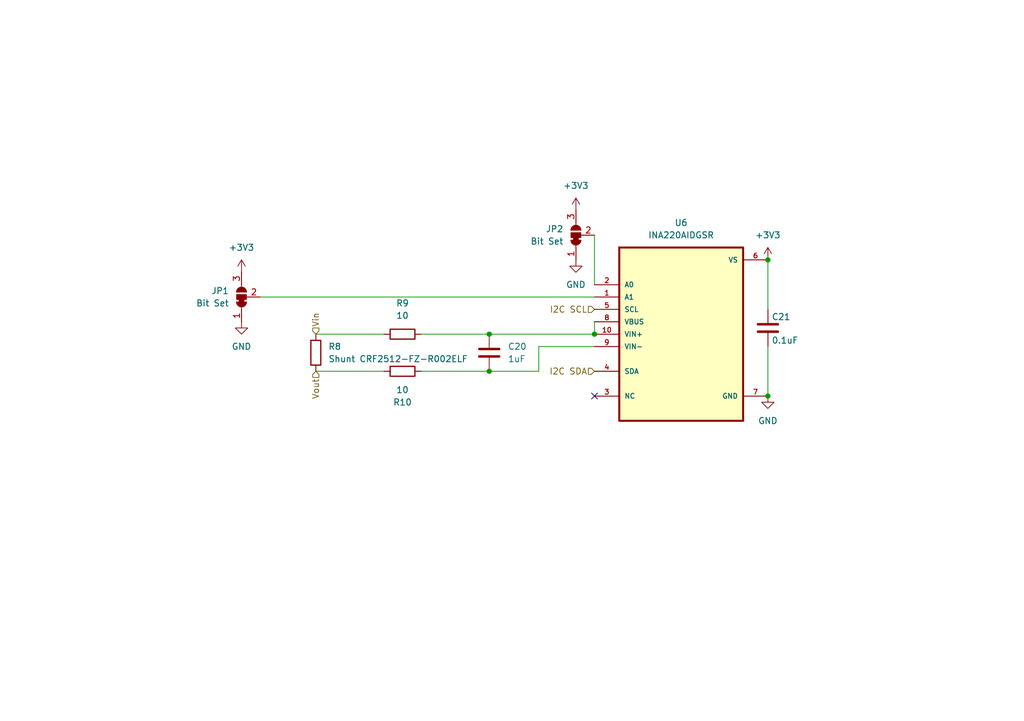
<source format=kicad_sch>
(kicad_sch (version 20231120) (generator "eeschema") (generator_version "8.0")
  (paper "A5")
  (lib_symbols
    (symbol "Current Sense:INA220AIDGSR" (pin_names (offset 1.016))
      (property "Reference" "U6" (at 0 22.86 0))
      (property "Value" "INA220AIDGSR" (at 0 20.32 0))
      (symbol "INA220AIDGSR_0_0"
        (rectangle (start -12.7 -17.78) (end 12.7 17.78) (stroke (width 0.41)) (fill (type background)))
        (pin input line (at -17.78 7.62 0) (length 5.08) (name "A1") (number "1"))
        (pin input line (at -17.78 0 0) (length 5.08) (name "VIN+") (number "10"))
        (pin input line (at -17.78 10.16 0) (length 5.08) (name "A0") (number "2"))
        (pin bidirectional line (at -17.78 -7.62 0) (length 5.08) (name "SDA") (number "4"))
        (pin input line (at -17.78 5.08 0) (length 5.08) (name "SCL") (number "5"))
        (pin power_in line (at 17.78 15.24 180) (length 5.08) (name "VS") (number "6"))
        (pin power_in line (at 17.78 -12.7 180) (length 5.08) (name "GND") (number "7"))
        (pin input line (at -17.78 2.54 0) (length 5.08) (name "VBUS") (number "8"))
        (pin input line (at -17.78 -2.54 0) (length 5.08) (name "VIN-") (number "9"))
      )
      (symbol "INA220AIDGSR_1_1"
        (pin input line (at -17.78 -12.7 0) (length 5.08) (name "NC") (number "3"))
      )
    )
    (symbol "Device:C" (pin_numbers hide) (pin_names (offset 0.254))
      (property "Reference" "C" (at 0.635 2.54 0))
      (property "Value" "C" (at 0.635 -2.54 0))
      (symbol "C_0_1"
        (polyline (pts (xy -2.032 -0.762) (xy 2.032 -0.762)) (stroke (width 0.508)))
        (polyline (pts (xy -2.032 0.762) (xy 2.032 0.762)) (stroke (width 0.508)))
      )
      (symbol "C_1_1"
        (pin passive line (at 0 3.81 270) (length 2.794) (name "~") (number "1"))
        (pin passive line (at 0 -3.81 90) (length 2.794) (name "~") (number "2"))
      )
    )
    (symbol "Device:R" (pin_numbers hide) (pin_names (offset 0))
      (property "Reference" "R" (at 2.032 0 90))
      (property "Value" "R" (at 0 0 90))
      (symbol "R_0_1"
        (rectangle (start -1.016 -2.54) (end 1.016 2.54) (stroke (width 0.254)))
      )
      (symbol "R_1_1"
        (pin passive line (at 0 3.81 270) (length 1.27) (name "~") (number "1"))
        (pin passive line (at 0 -3.81 90) (length 1.27) (name "~") (number "2"))
      )
    )
    (symbol "Jumper:SolderJumper_3_Bridged12" (pin_names (offset 0) hide) (exclude_from_sim yes) (in_bom no)
      (property "Reference" "JP" (at -2.54 -2.54 0))
      (property "Value" "SolderJumper_3_Bridged12" (at 0 2.794 0))
      (symbol "SolderJumper_3_Bridged12_0_1"
        (rectangle (start -1.016 0.508) (end -0.508 -0.508) (fill (type outline)))
        (arc (start -1.016 1.016) (mid -2.0276 0) (end -1.016 -1.016))
        (arc (start -1.016 1.016) (mid -2.0276 0) (end -1.016 -1.016) (fill (type outline)))
        (rectangle (start -0.508 1.016) (end 0.508 -1.016) (fill (type outline)))
        (polyline (pts (xy -2.54 0) (xy -2.032 0)))
        (polyline (pts (xy -1.016 1.016) (xy -1.016 -1.016)))
        (polyline (pts (xy 0 -1.27) (xy 0 -1.016)))
        (polyline (pts (xy 1.016 1.016) (xy 1.016 -1.016)))
        (polyline (pts (xy 2.54 0) (xy 2.032 0)))
        (arc (start 1.016 -1.016) (mid 2.0276 0) (end 1.016 1.016))
        (arc (start 1.016 -1.016) (mid 2.0276 0) (end 1.016 1.016) (fill (type outline)))
      )
      (symbol "SolderJumper_3_Bridged12_1_1"
        (pin passive line (at -5.08 0 0) (length 2.54) (name "A") (number "1"))
        (pin passive line (at 0 -3.81 90) (length 2.54) (name "C") (number "2"))
        (pin passive line (at 5.08 0 180) (length 2.54) (name "B") (number "3"))
      )
    )
    (symbol "power:+3V3" (power) (pin_numbers hide) (pin_names (offset 0) hide)
      (property "Value" "+3V3" (at 0 3.556 0))
      (symbol "+3V3_0_1"
        (polyline (pts (xy -0.762 1.27) (xy 0 2.54)))
        (polyline (pts (xy 0 0) (xy 0 2.54)))
        (polyline (pts (xy 0 2.54) (xy 0.762 1.27)))
      )
      (symbol "+3V3_1_1"
        (pin power_in line (at 0 0 90) (length 0) (name "~") (number "1"))
      )
    )
    (symbol "power:GND" (power) (pin_numbers hide) (pin_names (offset 0) hide)
      (property "Value" "GND" (at 0 -3.81 0))
      (symbol "GND_0_1"
        (polyline (pts (xy 0 0) (xy 0 -1.27) (xy 1.27 -1.27) (xy 0 -2.54) (xy -1.27 -1.27) (xy 0 -1.27)))
      )
      (symbol "GND_1_1"
        (pin power_in line (at 0 0 270) (length 0) (name "~") (number "1"))
      )
    )
  )
  (junction (at 121.92 68.58))
  (junction (at 157.48 53.34))
  (junction (at 100.33 68.58))
  (junction (at 100.33 76.2))
  (junction (at 157.48 81.28))
  (no_connect (at 121.92 81.28))
  (wire (pts (xy 157.48 53.34) (xy 157.48 63.5)))
  (wire (pts (xy 110.49 71.12) (xy 121.92 71.12)))
  (wire (pts (xy 121.92 68.58) (xy 100.33 68.58)))
  (wire (pts (xy 121.92 66.04) (xy 121.92 68.58)))
  (wire (pts (xy 121.92 48.26) (xy 121.92 58.42)))
  (wire (pts (xy 110.49 76.2) (xy 110.49 71.12)))
  (wire (pts (xy 53.34 60.96) (xy 121.92 60.96)))
  (wire (pts (xy 86.36 76.2) (xy 100.33 76.2)))
  (wire (pts (xy 157.48 71.12) (xy 157.48 81.28)))
  (wire (pts (xy 86.36 68.58) (xy 100.33 68.58)))
  (wire (pts (xy 100.33 76.2) (xy 110.49 76.2)))
  (wire (pts (xy 64.77 68.58) (xy 78.74 68.58)))
  (wire (pts (xy 64.77 76.2) (xy 78.74 76.2)))
  (hierarchical_label "Vout" (shape input) (at 64.77 76.2 270))
  (hierarchical_label "I2C SCL" (shape input) (at 121.92 63.5 180))
  (hierarchical_label "I2C SDA" (shape input) (at 121.92 76.2 180))
  (hierarchical_label "Vin" (shape input) (at 64.77 68.58 90))
  (symbol (lib_id "power:GND") (at 118.11 53.34 0) (unit 1)
    (property "Reference" "#PWR051" (effects (hide yes)))
    (property "Value" "GND" (at 118.11 58.42 0))
    (property "Description" "Power symbol creates a global label with name \"GND\" , ground" (effects (hide yes)))
  )
  (symbol (lib_id "power:+3V3") (at 49.53 55.88 0) (unit 1)
    (property "Reference" "#PWR029" (effects (hide yes)))
    (property "Value" "+3V3" (at 49.53 50.8 0))
    (property "Description" "Power symbol creates a global label with name \"+3V3\"" (effects (hide yes)))
  )
  (symbol (lib_id "Jumper:SolderJumper_3_Bridged12") (at 49.53 60.96 90) (unit 1) (exclude_from_sim yes) (in_bom no)
    (property "Reference" "JP1" (at 46.99 59.6899 90) (effects (justify left)))
    (property "Value" "Bit Set" (at 46.99 62.2299 90) (effects (justify left)))
    (property "Footprint" "Jumper:SolderJumper-3_P1.3mm_Bridged2Bar12_RoundedPad1.0x1.5mm" (effects (hide yes)))
    (property "Description" "3-pole Solder Jumper, pins 1+2 closed/bridged" (effects (hide yes)))
  )
  (symbol (lib_id "Device:C") (at 100.33 72.39 0) (unit 1)
    (property "Reference" "C20" (at 104.14 71.1199 0) (effects (justify left)))
    (property "Value" "1uF" (at 104.14 73.6599 0) (effects (justify left)))
    (property "Footprint" "Capacitor_SMD:C_0402_1005Metric_Pad0.74x0.62mm_HandSolder" (effects (hide yes)))
    (property "Description" "Unpolarized capacitor" (effects (hide yes)))
  )
  (symbol (lib_id "Current Sense:INA220AIDGSR") (at 139.7 68.58 0) (unit 1)
    (property "Reference" "U6" (at 139.7 45.72 0))
    (property "Value" "INA220AIDGSR" (at 139.7 48.26 0))
    (property "Footprint" "INA220:SOP50P490X110-10N" (effects (hide yes)))
  )
  (symbol (lib_id "Device:R") (at 82.55 68.58 90) (unit 1)
    (property "Reference" "R9" (at 82.55 62.23 90))
    (property "Value" "10" (at 82.55 64.77 90))
    (property "Footprint" "Resistor_SMD:R_0402_1005Metric_Pad0.72x0.64mm_HandSolder" (effects (hide yes)))
    (property "Description" "Resistor" (effects (hide yes)))
  )
  (symbol (lib_id "power:+3V3") (at 157.48 53.34 0) (unit 1)
    (property "Reference" "#PWR052" (effects (hide yes)))
    (property "Value" "+3V3" (at 157.48 48.26 0))
    (property "Description" "Power symbol creates a global label with name \"+3V3\"" (effects (hide yes)))
  )
  (symbol (lib_id "Device:R") (at 82.55 76.2 90) (mirror x) (unit 1)
    (property "Reference" "R10" (at 82.55 82.55 90))
    (property "Value" "10" (at 82.55 80.01 90))
    (property "Footprint" "Resistor_SMD:R_0402_1005Metric_Pad0.72x0.64mm_HandSolder" (effects (hide yes)))
    (property "Description" "Resistor" (effects (hide yes)))
  )
  (symbol (lib_id "Jumper:SolderJumper_3_Bridged12") (at 118.11 48.26 90) (unit 1) (exclude_from_sim yes) (in_bom no)
    (property "Reference" "JP2" (at 115.57 46.9899 90) (effects (justify left)))
    (property "Value" "Bit Set" (at 115.57 49.5299 90) (effects (justify left)))
    (property "Footprint" "Jumper:SolderJumper-3_P1.3mm_Bridged2Bar12_RoundedPad1.0x1.5mm" (effects (hide yes)))
    (property "Description" "3-pole Solder Jumper, pins 1+2 closed/bridged" (effects (hide yes)))
  )
  (symbol (lib_id "Device:C") (at 157.48 67.31 0) (unit 1)
    (property "Reference" "C21" (at 158.242 65.024 0) (effects (justify left)))
    (property "Value" "0.1uF" (at 158.242 69.85 0) (effects (justify left)))
    (property "Footprint" "Capacitor_SMD:C_0402_1005Metric_Pad0.74x0.62mm_HandSolder" (effects (hide yes)))
    (property "Description" "Unpolarized capacitor" (effects (hide yes)))
  )
  (symbol (lib_id "power:+3V3") (at 118.11 43.18 0) (unit 1)
    (property "Reference" "#PWR050" (effects (hide yes)))
    (property "Value" "+3V3" (at 118.11 38.1 0))
    (property "Description" "Power symbol creates a global label with name \"+3V3\"" (effects (hide yes)))
  )
  (symbol (lib_id "power:GND") (at 49.53 66.04 0) (unit 1)
    (property "Reference" "#PWR047" (effects (hide yes)))
    (property "Value" "GND" (at 49.53 71.12 0))
    (property "Description" "Power symbol creates a global label with name \"GND\" , ground" (effects (hide yes)))
  )
  (symbol (lib_id "Device:R") (at 64.77 72.39 0) (unit 1)
    (property "Reference" "R8" (at 67.31 71.1199 0) (effects (justify left)))
    (property "Value" "Shunt CRF2512-FZ-R002ELF" (at 67.31 73.6599 0) (effects (justify left)))
    (property "Footprint" "Resistor_SMD:R_2512_6332Metric_Pad1.40x3.35mm_HandSolder" (effects (hide yes)))
    (property "Description" "Resistor" (effects (hide yes)))
  )
  (symbol (lib_id "power:GND") (at 157.48 81.28 0) (unit 1)
    (property "Reference" "#PWR053" (effects (hide yes)))
    (property "Value" "GND" (at 157.48 86.36 0))
    (property "Description" "Power symbol creates a global label with name \"GND\" , ground" (effects (hide yes)))
  )
)
</source>
